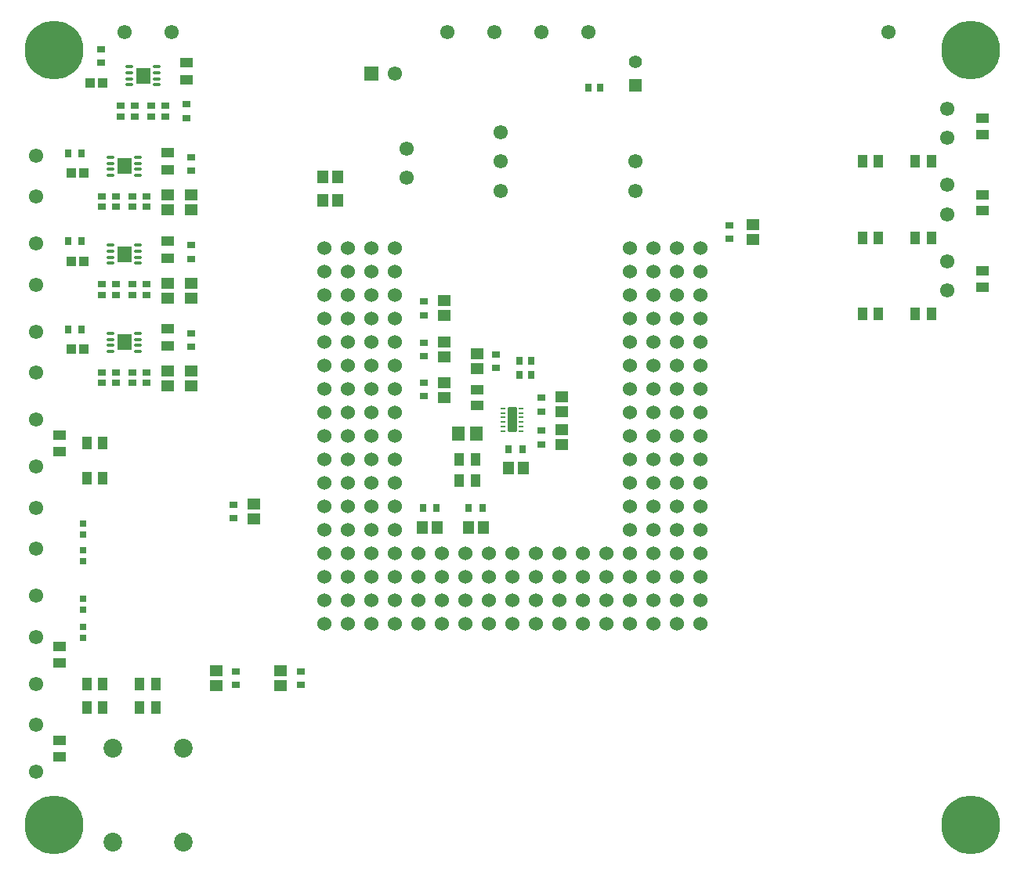
<source format=gbr>
%TF.GenerationSoftware,Altium Limited,Altium Designer,19.1.7 (138)*%
G04 Layer_Color=255*
%FSLAX26Y26*%
%MOIN*%
%TF.FileFunction,Pads,Bot*%
%TF.Part,Single*%
G01*
G75*
%TA.AperFunction,ComponentPad*%
%ADD18C,0.061024*%
%ADD19C,0.003937*%
%ADD20C,0.060000*%
%ADD21C,0.079559*%
%ADD22R,0.061024X0.061024*%
%ADD23C,0.055118*%
%ADD24R,0.055118X0.055118*%
%TA.AperFunction,ViaPad*%
%ADD25C,0.250000*%
%TA.AperFunction,SMDPad,CuDef*%
%ADD31R,0.043307X0.055118*%
%ADD32R,0.055118X0.043307*%
G04:AMPARAMS|DCode=33|XSize=13.78mil|YSize=33.465mil|CornerRadius=1.998mil|HoleSize=0mil|Usage=FLASHONLY|Rotation=90.000|XOffset=0mil|YOffset=0mil|HoleType=Round|Shape=RoundedRectangle|*
%AMROUNDEDRECTD33*
21,1,0.013780,0.029469,0,0,90.0*
21,1,0.009784,0.033465,0,0,90.0*
1,1,0.003996,0.014734,0.004892*
1,1,0.003996,0.014734,-0.004892*
1,1,0.003996,-0.014734,-0.004892*
1,1,0.003996,-0.014734,0.004892*
%
%ADD33ROUNDEDRECTD33*%
G04:AMPARAMS|DCode=34|XSize=68.898mil|YSize=59.055mil|CornerRadius=2.067mil|HoleSize=0mil|Usage=FLASHONLY|Rotation=90.000|XOffset=0mil|YOffset=0mil|HoleType=Round|Shape=RoundedRectangle|*
%AMROUNDEDRECTD34*
21,1,0.068898,0.054921,0,0,90.0*
21,1,0.064764,0.059055,0,0,90.0*
1,1,0.004134,0.027461,0.032382*
1,1,0.004134,0.027461,-0.032382*
1,1,0.004134,-0.027461,-0.032382*
1,1,0.004134,-0.027461,0.032382*
%
%ADD34ROUNDEDRECTD34*%
%ADD35R,0.035433X0.031496*%
%ADD36R,0.031496X0.035433*%
G04:AMPARAMS|DCode=37|XSize=39.37mil|YSize=104.331mil|CornerRadius=1.968mil|HoleSize=0mil|Usage=FLASHONLY|Rotation=180.000|XOffset=0mil|YOffset=0mil|HoleType=Round|Shape=RoundedRectangle|*
%AMROUNDEDRECTD37*
21,1,0.039370,0.100394,0,0,180.0*
21,1,0.035433,0.104331,0,0,180.0*
1,1,0.003937,-0.017717,0.050197*
1,1,0.003937,0.017717,0.050197*
1,1,0.003937,0.017717,-0.050197*
1,1,0.003937,-0.017717,-0.050197*
%
%ADD37ROUNDEDRECTD37*%
G04:AMPARAMS|DCode=38|XSize=19.685mil|YSize=9.842mil|CornerRadius=1.968mil|HoleSize=0mil|Usage=FLASHONLY|Rotation=180.000|XOffset=0mil|YOffset=0mil|HoleType=Round|Shape=RoundedRectangle|*
%AMROUNDEDRECTD38*
21,1,0.019685,0.005906,0,0,180.0*
21,1,0.015748,0.009842,0,0,180.0*
1,1,0.003937,-0.007874,0.002953*
1,1,0.003937,0.007874,0.002953*
1,1,0.003937,0.007874,-0.002953*
1,1,0.003937,-0.007874,-0.002953*
%
%ADD38ROUNDEDRECTD38*%
%ADD39R,0.057087X0.051181*%
%ADD40R,0.041339X0.041339*%
%ADD41R,0.033465X0.027559*%
%ADD42R,0.057087X0.041339*%
%ADD43R,0.053150X0.061024*%
%ADD44R,0.029528X0.033465*%
%ADD45R,0.031496X0.027559*%
%ADD46R,0.051181X0.057087*%
D18*
X1075000Y2125000D02*
D03*
Y1950000D02*
D03*
Y2325000D02*
D03*
X4950000Y3550000D02*
D03*
X1075000Y3825000D02*
D03*
Y4000000D02*
D03*
Y3450000D02*
D03*
Y3625000D02*
D03*
Y3075000D02*
D03*
Y3250000D02*
D03*
X3425000Y4525000D02*
D03*
X2600000Y4350000D02*
D03*
X1075000Y2500000D02*
D03*
X1450000Y4525000D02*
D03*
X1075000Y1750000D02*
D03*
Y1375000D02*
D03*
Y1575000D02*
D03*
X4950000Y3750000D02*
D03*
Y3875000D02*
D03*
Y4075000D02*
D03*
Y4200000D02*
D03*
Y3425000D02*
D03*
X1075000Y2875000D02*
D03*
Y2675000D02*
D03*
X2825000Y4525000D02*
D03*
X3025000D02*
D03*
X3225000D02*
D03*
X1650000D02*
D03*
X4700000D02*
D03*
X3625000Y3975000D02*
D03*
Y3850000D02*
D03*
X3050000D02*
D03*
Y3975000D02*
D03*
Y4100000D02*
D03*
X2650000Y3904921D02*
D03*
Y4029921D02*
D03*
D19*
X3280000Y1420000D02*
D03*
Y1120000D02*
D03*
X2560118Y1420000D02*
D03*
Y1120000D02*
D03*
X2925000Y1420000D02*
D03*
Y1120000D02*
D03*
X3640000Y1420000D02*
D03*
Y1120000D02*
D03*
X4900000Y2075000D02*
D03*
Y2375000D02*
D03*
Y1450000D02*
D03*
Y1750000D02*
D03*
X4900000Y3000000D02*
D03*
Y2700000D02*
D03*
D20*
X2300000Y2005000D02*
D03*
X2500000D02*
D03*
X2400000Y2105000D02*
D03*
Y2005000D02*
D03*
X2300000Y2105000D02*
D03*
Y2205000D02*
D03*
X2400000D02*
D03*
Y2305000D02*
D03*
X2500000D02*
D03*
X2300000Y2405000D02*
D03*
Y2505000D02*
D03*
Y2305000D02*
D03*
X2400000Y2505000D02*
D03*
Y2405000D02*
D03*
X2600000Y2005000D02*
D03*
Y2105000D02*
D03*
X2700000Y2005000D02*
D03*
X3000000D02*
D03*
X2800000D02*
D03*
X2900000D02*
D03*
X2500000Y2105000D02*
D03*
Y2205000D02*
D03*
X2700000Y2105000D02*
D03*
X2600000Y2205000D02*
D03*
X2700000D02*
D03*
X2500000Y2405000D02*
D03*
Y2505000D02*
D03*
X2600000Y2305000D02*
D03*
Y2505000D02*
D03*
Y2405000D02*
D03*
X2800000Y2105000D02*
D03*
Y2205000D02*
D03*
X2900000Y2105000D02*
D03*
Y2205000D02*
D03*
X3000000Y2105000D02*
D03*
X2800000Y2305000D02*
D03*
X2700000D02*
D03*
X3000000Y2205000D02*
D03*
X2900000Y2305000D02*
D03*
X3000000D02*
D03*
X2300000Y2605000D02*
D03*
Y2805000D02*
D03*
Y2705000D02*
D03*
Y2905000D02*
D03*
Y3105000D02*
D03*
Y3005000D02*
D03*
Y3505000D02*
D03*
Y3605000D02*
D03*
Y3205000D02*
D03*
Y3405000D02*
D03*
Y3305000D02*
D03*
X2400000Y2605000D02*
D03*
Y2705000D02*
D03*
X2500000Y2605000D02*
D03*
Y2705000D02*
D03*
X2400000Y2805000D02*
D03*
Y2905000D02*
D03*
X2500000Y2805000D02*
D03*
X2400000Y3105000D02*
D03*
Y3005000D02*
D03*
X2600000Y2705000D02*
D03*
X2500000Y2905000D02*
D03*
X2600000Y2605000D02*
D03*
Y2905000D02*
D03*
Y2805000D02*
D03*
X2500000Y3005000D02*
D03*
Y3105000D02*
D03*
X2600000Y3005000D02*
D03*
X2500000Y3205000D02*
D03*
X2600000Y3105000D02*
D03*
X2400000Y3305000D02*
D03*
Y3405000D02*
D03*
Y3205000D02*
D03*
X2500000Y3505000D02*
D03*
Y3305000D02*
D03*
X2400000Y3505000D02*
D03*
Y3605000D02*
D03*
X2500000D02*
D03*
X2600000Y3305000D02*
D03*
X2500000Y3405000D02*
D03*
X2600000Y3205000D02*
D03*
Y3505000D02*
D03*
Y3405000D02*
D03*
Y3605000D02*
D03*
X3200000Y2005000D02*
D03*
X3100000D02*
D03*
X3300000Y2105000D02*
D03*
Y2005000D02*
D03*
X3400000D02*
D03*
X3500000D02*
D03*
X3600000D02*
D03*
X3100000Y2105000D02*
D03*
Y2205000D02*
D03*
X3200000Y2105000D02*
D03*
Y2205000D02*
D03*
Y2305000D02*
D03*
X3100000D02*
D03*
X3300000Y2205000D02*
D03*
Y2305000D02*
D03*
X3400000D02*
D03*
Y2105000D02*
D03*
Y2205000D02*
D03*
X3500000Y2105000D02*
D03*
Y2205000D02*
D03*
X3600000Y2105000D02*
D03*
Y2305000D02*
D03*
X3500000D02*
D03*
X3600000Y2205000D02*
D03*
Y2505000D02*
D03*
Y2405000D02*
D03*
X3700000Y2005000D02*
D03*
Y2105000D02*
D03*
X3800000D02*
D03*
Y2005000D02*
D03*
X3900000D02*
D03*
X3700000Y2205000D02*
D03*
Y2305000D02*
D03*
X3800000Y2205000D02*
D03*
Y2305000D02*
D03*
X3900000Y2205000D02*
D03*
X3700000Y2405000D02*
D03*
Y2505000D02*
D03*
X3900000Y2305000D02*
D03*
X3800000Y2505000D02*
D03*
Y2405000D02*
D03*
X3900000Y2105000D02*
D03*
Y2405000D02*
D03*
X3600000Y2605000D02*
D03*
Y2705000D02*
D03*
X3700000D02*
D03*
Y2805000D02*
D03*
X3600000D02*
D03*
Y2905000D02*
D03*
X3700000D02*
D03*
X3600000Y3105000D02*
D03*
Y3005000D02*
D03*
X3800000Y2605000D02*
D03*
X3700000D02*
D03*
X3800000Y2705000D02*
D03*
Y2905000D02*
D03*
Y2805000D02*
D03*
X3700000Y3005000D02*
D03*
Y3105000D02*
D03*
X3800000Y3005000D02*
D03*
Y3205000D02*
D03*
Y3105000D02*
D03*
X3600000Y3205000D02*
D03*
Y3305000D02*
D03*
X3700000Y3405000D02*
D03*
X3600000D02*
D03*
Y3605000D02*
D03*
Y3505000D02*
D03*
X3700000Y3205000D02*
D03*
Y3305000D02*
D03*
X3800000D02*
D03*
X3700000Y3505000D02*
D03*
X3800000Y3405000D02*
D03*
X3700000Y3605000D02*
D03*
X3800000Y3505000D02*
D03*
Y3605000D02*
D03*
X3900000Y2505000D02*
D03*
Y2605000D02*
D03*
Y2705000D02*
D03*
Y2805000D02*
D03*
Y3005000D02*
D03*
Y2905000D02*
D03*
Y3105000D02*
D03*
Y3205000D02*
D03*
Y3405000D02*
D03*
Y3305000D02*
D03*
Y3505000D02*
D03*
Y3605000D02*
D03*
D21*
X1400000Y1475000D02*
D03*
Y1075000D02*
D03*
X1700000D02*
D03*
Y1475000D02*
D03*
D22*
X2500000Y4350000D02*
D03*
D23*
X3625000Y4400000D02*
D03*
D24*
Y4300000D02*
D03*
D25*
X1150000Y1150000D02*
D03*
Y4450000D02*
D03*
X5050000Y1150000D02*
D03*
Y4450000D02*
D03*
D31*
X4815551Y3975000D02*
D03*
X4884449D02*
D03*
X4590551D02*
D03*
X4659449D02*
D03*
X4590551Y3650000D02*
D03*
X4659449D02*
D03*
X4815551D02*
D03*
X4884449D02*
D03*
X2875551Y2705000D02*
D03*
X2944449D02*
D03*
Y2615000D02*
D03*
X2875551D02*
D03*
X1584449Y1750000D02*
D03*
X1515551D02*
D03*
Y1650000D02*
D03*
X1584449D02*
D03*
X1290551D02*
D03*
X1359449D02*
D03*
Y1750000D02*
D03*
X1290551D02*
D03*
Y2625000D02*
D03*
X1359449D02*
D03*
Y2775000D02*
D03*
X1290551D02*
D03*
X4659449Y3325000D02*
D03*
X4590551D02*
D03*
X4884449D02*
D03*
X4815551D02*
D03*
D32*
X2950000Y2935551D02*
D03*
Y3004449D02*
D03*
X1175000Y1840551D02*
D03*
Y1909449D02*
D03*
Y1509449D02*
D03*
Y1440551D02*
D03*
X5100000Y3834449D02*
D03*
Y3765551D02*
D03*
Y4159449D02*
D03*
Y4090551D02*
D03*
Y3509449D02*
D03*
Y3440551D02*
D03*
X1175000Y2740551D02*
D03*
Y2809449D02*
D03*
D33*
X1588071Y4378386D02*
D03*
Y4352795D02*
D03*
Y4327205D02*
D03*
Y4301614D02*
D03*
X1471929Y4378386D02*
D03*
Y4352795D02*
D03*
Y4327205D02*
D03*
Y4301614D02*
D03*
X1508071Y3993386D02*
D03*
Y3967795D02*
D03*
Y3942205D02*
D03*
Y3916614D02*
D03*
X1391929Y3993386D02*
D03*
Y3967795D02*
D03*
Y3942205D02*
D03*
Y3916614D02*
D03*
X1508071Y3618386D02*
D03*
Y3592795D02*
D03*
Y3567205D02*
D03*
Y3541614D02*
D03*
X1391929Y3618386D02*
D03*
Y3592795D02*
D03*
Y3567205D02*
D03*
Y3541614D02*
D03*
X1508071Y3243386D02*
D03*
Y3217795D02*
D03*
Y3192205D02*
D03*
Y3166614D02*
D03*
X1391929Y3243386D02*
D03*
Y3217795D02*
D03*
Y3192205D02*
D03*
Y3166614D02*
D03*
D34*
X1530000Y4340000D02*
D03*
X1450000Y3955000D02*
D03*
Y3580000D02*
D03*
Y3205000D02*
D03*
D35*
X2725000Y3379528D02*
D03*
Y3320472D02*
D03*
Y3204528D02*
D03*
Y3145472D02*
D03*
X1715000Y4160472D02*
D03*
Y4219528D02*
D03*
X1735000Y3994528D02*
D03*
Y3935472D02*
D03*
X3030000Y3154528D02*
D03*
Y3095472D02*
D03*
X1350000Y4454528D02*
D03*
Y4395472D02*
D03*
X1735000Y3619528D02*
D03*
Y3560472D02*
D03*
Y3244528D02*
D03*
Y3185472D02*
D03*
X1925000Y1804528D02*
D03*
Y1745473D02*
D03*
X3225000Y2969528D02*
D03*
Y2910472D02*
D03*
Y2829528D02*
D03*
Y2770472D02*
D03*
X2200000Y1745473D02*
D03*
Y1804528D02*
D03*
X4025000Y3645472D02*
D03*
Y3704527D02*
D03*
X1915000Y2514528D02*
D03*
Y2455472D02*
D03*
X2725000Y2975000D02*
D03*
Y3034055D02*
D03*
D36*
X2974528Y2500000D02*
D03*
X2915472D02*
D03*
X3085473Y2750000D02*
D03*
X3144528D02*
D03*
X1210472Y4010000D02*
D03*
X1269528D02*
D03*
X1210472Y3635000D02*
D03*
X1269528D02*
D03*
X1210472Y3260000D02*
D03*
X1269528D02*
D03*
X2779528Y2500000D02*
D03*
X2720473D02*
D03*
D37*
X3100000Y2875000D02*
D03*
D38*
X3062599Y2924213D02*
D03*
Y2904528D02*
D03*
Y2884843D02*
D03*
Y2865158D02*
D03*
Y2845472D02*
D03*
Y2825787D02*
D03*
X3137402D02*
D03*
Y2845472D02*
D03*
Y2865158D02*
D03*
Y2884843D02*
D03*
Y2904528D02*
D03*
Y2924213D02*
D03*
D39*
X1735000Y3768504D02*
D03*
Y3831496D02*
D03*
X1635000Y3768504D02*
D03*
Y3831496D02*
D03*
X1735000Y3393504D02*
D03*
Y3456496D02*
D03*
X1635000Y3393504D02*
D03*
Y3456496D02*
D03*
X1735000Y3018504D02*
D03*
Y3081496D02*
D03*
X1635000Y3018504D02*
D03*
Y3081496D02*
D03*
X1840000Y1806496D02*
D03*
Y1743504D02*
D03*
X2950000Y3156496D02*
D03*
Y3093504D02*
D03*
X3310000Y2971496D02*
D03*
Y2908504D02*
D03*
Y2831496D02*
D03*
Y2768504D02*
D03*
X2115000Y1743504D02*
D03*
Y1806496D02*
D03*
X4125000Y3643504D02*
D03*
Y3706496D02*
D03*
X2000000Y2516496D02*
D03*
Y2453504D02*
D03*
X2810000Y3381496D02*
D03*
Y3318504D02*
D03*
Y3206496D02*
D03*
Y3143504D02*
D03*
Y2968504D02*
D03*
Y3031496D02*
D03*
D40*
X1276575Y3925000D02*
D03*
X1223425D02*
D03*
X1276575Y3550000D02*
D03*
X1223425D02*
D03*
X1276575Y3175000D02*
D03*
X1223425D02*
D03*
X1303425Y4310000D02*
D03*
X1356575D02*
D03*
D41*
X1355000Y3827638D02*
D03*
Y3782362D02*
D03*
X1545000Y3827638D02*
D03*
Y3782362D02*
D03*
X1415000Y3827638D02*
D03*
Y3782362D02*
D03*
X1485000D02*
D03*
Y3827638D02*
D03*
X1355000Y3452638D02*
D03*
Y3407362D02*
D03*
X1545000Y3452638D02*
D03*
Y3407362D02*
D03*
X1415000Y3452638D02*
D03*
Y3407362D02*
D03*
X1485000D02*
D03*
Y3452638D02*
D03*
X1355000Y3077638D02*
D03*
Y3032362D02*
D03*
X1545000Y3077638D02*
D03*
Y3032362D02*
D03*
X1415000Y3077638D02*
D03*
Y3032362D02*
D03*
X1485000D02*
D03*
Y3077638D02*
D03*
X1565000Y4167362D02*
D03*
Y4212638D02*
D03*
X1495000D02*
D03*
Y4167362D02*
D03*
X1625000Y4212638D02*
D03*
Y4167362D02*
D03*
X1435000Y4212638D02*
D03*
Y4167362D02*
D03*
D42*
X1635000Y4011417D02*
D03*
Y3938583D02*
D03*
Y3636417D02*
D03*
Y3563583D02*
D03*
Y3261417D02*
D03*
Y3188583D02*
D03*
X1715000Y4396417D02*
D03*
Y4323583D02*
D03*
D43*
X2949370Y2815000D02*
D03*
X2870630D02*
D03*
D44*
X3475590Y4290000D02*
D03*
X3424409D02*
D03*
X3130000Y3125000D02*
D03*
X3181181D02*
D03*
X3130000Y3065000D02*
D03*
X3181181D02*
D03*
D45*
X1275000Y2433622D02*
D03*
Y2386378D02*
D03*
Y2271378D02*
D03*
Y2318622D02*
D03*
X1275000Y2066378D02*
D03*
Y2113622D02*
D03*
Y1946378D02*
D03*
Y1993622D02*
D03*
D46*
X2976496Y2415000D02*
D03*
X2913504D02*
D03*
X2781496Y2415000D02*
D03*
X2718504D02*
D03*
X3146496Y2670000D02*
D03*
X3083504D02*
D03*
X2356496Y3810000D02*
D03*
X2293504D02*
D03*
X2356496Y3910000D02*
D03*
X2293504D02*
D03*
%TF.MD5,377de1feac8102e54e272daef1914575*%
M02*

</source>
